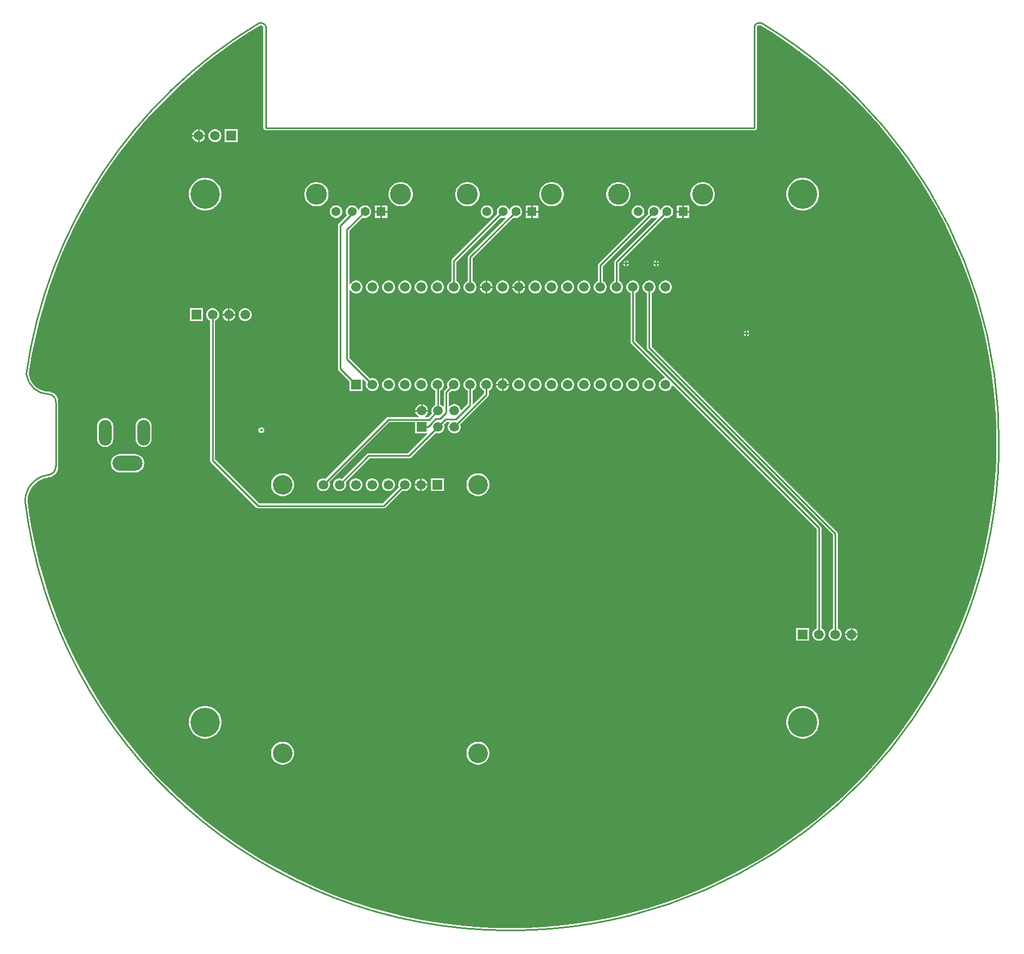
<source format=gbr>
G04*
G04 #@! TF.GenerationSoftware,Altium Limited,Altium Designer,23.3.1 (30)*
G04*
G04 Layer_Physical_Order=2*
G04 Layer_Color=16711680*
%FSLAX44Y44*%
%MOMM*%
G71*
G04*
G04 #@! TF.SameCoordinates,AB4FAB72-6961-4B24-BA16-F6D923A68503*
G04*
G04*
G04 #@! TF.FilePolarity,Positive*
G04*
G01*
G75*
%ADD14C,0.2540*%
%ADD52C,1.5000*%
%ADD53R,1.5000X1.5000*%
%ADD54R,1.4280X1.4280*%
%ADD55C,1.4280*%
%ADD56C,3.2760*%
%ADD57C,1.4986*%
%ADD58R,1.4986X1.4986*%
%ADD59O,2.0000X4.0000*%
%ADD60O,4.7000X2.3500*%
%ADD61C,0.4064*%
%ADD62C,4.5720*%
%ADD63C,3.0480*%
G36*
X1153877Y1417787D02*
X1173142Y1405887D01*
X1195663Y1390839D01*
X1217632Y1374997D01*
X1239021Y1358381D01*
X1259804Y1341013D01*
X1279954Y1322913D01*
X1299444Y1304106D01*
X1318251Y1284615D01*
X1336351Y1264465D01*
X1353720Y1243683D01*
X1370336Y1222293D01*
X1386177Y1200324D01*
X1401225Y1177804D01*
X1415459Y1154761D01*
X1428862Y1131224D01*
X1441416Y1107224D01*
X1453106Y1082792D01*
X1463916Y1057957D01*
X1473832Y1032753D01*
X1482843Y1007211D01*
X1490936Y981363D01*
X1498102Y955243D01*
X1504331Y928884D01*
X1509615Y902319D01*
X1513947Y875583D01*
X1517323Y848709D01*
X1519737Y821732D01*
X1521187Y794686D01*
X1521670Y767605D01*
X1521187Y740524D01*
X1519737Y713478D01*
X1517323Y686501D01*
X1513947Y659627D01*
X1509615Y632891D01*
X1504331Y606326D01*
X1498102Y579967D01*
X1490936Y553847D01*
X1482843Y527999D01*
X1473832Y502457D01*
X1463916Y477253D01*
X1453106Y452419D01*
X1441416Y427986D01*
X1428862Y403986D01*
X1415459Y380450D01*
X1401225Y357406D01*
X1386177Y334886D01*
X1370336Y312917D01*
X1353720Y291528D01*
X1336351Y270745D01*
X1318251Y250595D01*
X1299444Y231104D01*
X1279954Y212297D01*
X1259804Y194198D01*
X1239021Y176829D01*
X1217632Y160213D01*
X1195663Y144371D01*
X1173142Y129324D01*
X1150099Y115089D01*
X1126562Y101686D01*
X1102563Y89132D01*
X1078130Y77443D01*
X1053296Y66633D01*
X1028091Y56716D01*
X1002549Y47705D01*
X976702Y39612D01*
X950582Y32446D01*
X924222Y26218D01*
X897658Y20934D01*
X870921Y16601D01*
X844048Y13226D01*
X817070Y10812D01*
X790024Y9362D01*
X764213Y8901D01*
X762944Y8947D01*
X762943Y8947D01*
X761674Y8901D01*
X735865Y9362D01*
X708821Y10811D01*
X681846Y13225D01*
X654975Y16600D01*
X628241Y20933D01*
X601679Y26216D01*
X575322Y32444D01*
X549204Y39609D01*
X523359Y47702D01*
X497819Y56712D01*
X472617Y66628D01*
X447785Y77437D01*
X423354Y89125D01*
X399357Y101678D01*
X375822Y115080D01*
X352781Y129313D01*
X330263Y144359D01*
X308296Y160200D01*
X286908Y176814D01*
X266127Y194181D01*
X245979Y212279D01*
X226490Y231085D01*
X207684Y250574D01*
X189587Y270722D01*
X172219Y291503D01*
X155605Y312890D01*
X139764Y334857D01*
X124718Y357376D01*
X110485Y380417D01*
X97084Y403951D01*
X84531Y427949D01*
X72842Y452380D01*
X62033Y477212D01*
X52117Y502414D01*
X43107Y527954D01*
X35015Y553799D01*
X27850Y579917D01*
X21621Y606273D01*
X16338Y632836D01*
X12006Y659570D01*
X10056Y675095D01*
X10056Y675095D01*
X10056D01*
X10016Y676324D01*
X10417Y681412D01*
X11771Y687052D01*
X13991Y692411D01*
X17022Y697358D01*
X20789Y701769D01*
X25200Y705536D01*
X30146Y708567D01*
X35505Y710787D01*
X41014Y712110D01*
X41031Y712106D01*
X41589Y712176D01*
X42831Y712305D01*
X44014Y712421D01*
X47204Y713389D01*
X50145Y714961D01*
X52722Y717076D01*
X54837Y719653D01*
X56409Y722594D01*
X57377Y725785D01*
X57704Y729103D01*
X57678Y729366D01*
X57692Y729438D01*
Y829768D01*
X57655Y829957D01*
X57747Y830895D01*
X57454Y833872D01*
X56585Y836736D01*
X55174Y839374D01*
X53276Y841687D01*
X50963Y843586D01*
X48324Y844996D01*
X45461Y845865D01*
X45202Y845890D01*
X43989Y846028D01*
X43610Y846103D01*
X43461Y846074D01*
X43326Y846063D01*
X42746Y846094D01*
X38265Y846447D01*
X33419Y847610D01*
X28815Y849517D01*
X24566Y852121D01*
X20777Y855357D01*
X17540Y859146D01*
X14937Y863395D01*
X13030Y867999D01*
X11866Y872845D01*
X11795Y873758D01*
X12006Y875440D01*
X16338Y902174D01*
X21621Y928736D01*
X27850Y955093D01*
X35015Y981211D01*
X43107Y1007056D01*
X52117Y1032596D01*
X62033Y1057798D01*
X72842Y1082630D01*
X84531Y1107061D01*
X97084Y1131058D01*
X110485Y1154593D01*
X124718Y1177634D01*
X139765Y1200152D01*
X155605Y1222119D01*
X172220Y1243507D01*
X189587Y1264288D01*
X207685Y1284436D01*
X226490Y1303925D01*
X245979Y1322731D01*
X266127Y1340828D01*
X286908Y1358195D01*
X308296Y1374810D01*
X330263Y1390650D01*
X352781Y1405697D01*
X372159Y1417667D01*
X373673Y1417968D01*
X375545Y1417595D01*
X377132Y1416535D01*
X377821Y1415504D01*
Y1257996D01*
X378117Y1256510D01*
X378959Y1255249D01*
X380219Y1254407D01*
X381706Y1254112D01*
X1143706D01*
X1145192Y1254407D01*
X1146452Y1255249D01*
X1147294Y1256510D01*
X1147590Y1257996D01*
Y1415498D01*
X1148331Y1416607D01*
X1150040Y1417749D01*
X1152056Y1418150D01*
X1153877Y1417787D01*
D02*
G37*
%LPC*%
G36*
X278182Y1255910D02*
X278130D01*
Y1247140D01*
X286900D01*
Y1247192D01*
X286216Y1249745D01*
X284894Y1252035D01*
X283025Y1253904D01*
X280735Y1255226D01*
X278182Y1255910D01*
D02*
G37*
G36*
X275590D02*
X275538D01*
X272985Y1255226D01*
X270695Y1253904D01*
X268826Y1252035D01*
X267504Y1249745D01*
X266820Y1247192D01*
Y1247140D01*
X275590D01*
Y1255910D01*
D02*
G37*
G36*
X337700D02*
X317620D01*
Y1235830D01*
X337700D01*
Y1255910D01*
D02*
G37*
G36*
X303582D02*
X300938D01*
X298385Y1255226D01*
X296095Y1253904D01*
X294226Y1252035D01*
X292904Y1249745D01*
X292220Y1247192D01*
Y1244548D01*
X292904Y1241995D01*
X294226Y1239705D01*
X296095Y1237836D01*
X298385Y1236514D01*
X300938Y1235830D01*
X303582D01*
X306135Y1236514D01*
X308425Y1237836D01*
X310294Y1239705D01*
X311616Y1241995D01*
X312300Y1244548D01*
Y1247192D01*
X311616Y1249745D01*
X310294Y1252035D01*
X308425Y1253904D01*
X306135Y1255226D01*
X303582Y1255910D01*
D02*
G37*
G36*
X286900Y1244600D02*
X278130D01*
Y1235830D01*
X278182D01*
X280735Y1236514D01*
X283025Y1237836D01*
X284894Y1239705D01*
X286216Y1241995D01*
X286900Y1244548D01*
Y1244600D01*
D02*
G37*
G36*
X275590D02*
X266820D01*
Y1244548D01*
X267504Y1241995D01*
X268826Y1239705D01*
X270695Y1237836D01*
X272985Y1236514D01*
X275538Y1235830D01*
X275590D01*
Y1244600D01*
D02*
G37*
G36*
X1064989Y1173350D02*
X1061263D01*
X1057607Y1172623D01*
X1054164Y1171197D01*
X1051065Y1169126D01*
X1048430Y1166491D01*
X1046359Y1163392D01*
X1044933Y1159949D01*
X1044206Y1156293D01*
Y1152567D01*
X1044933Y1148911D01*
X1046359Y1145468D01*
X1048430Y1142369D01*
X1051065Y1139734D01*
X1054164Y1137663D01*
X1057607Y1136237D01*
X1061263Y1135510D01*
X1064989D01*
X1068645Y1136237D01*
X1072088Y1137663D01*
X1075187Y1139734D01*
X1077822Y1142369D01*
X1079893Y1145468D01*
X1081319Y1148911D01*
X1082046Y1152567D01*
Y1156293D01*
X1081319Y1159949D01*
X1079893Y1163392D01*
X1077822Y1166491D01*
X1075187Y1169126D01*
X1072088Y1171197D01*
X1068645Y1172623D01*
X1064989Y1173350D01*
D02*
G37*
G36*
X933589D02*
X929863D01*
X926207Y1172623D01*
X922764Y1171197D01*
X919665Y1169126D01*
X917030Y1166491D01*
X914959Y1163392D01*
X913533Y1159949D01*
X912806Y1156293D01*
Y1152567D01*
X913533Y1148911D01*
X914959Y1145468D01*
X917030Y1142369D01*
X919665Y1139734D01*
X922764Y1137663D01*
X926207Y1136237D01*
X929863Y1135510D01*
X933589D01*
X937245Y1136237D01*
X940688Y1137663D01*
X943787Y1139734D01*
X946422Y1142369D01*
X948493Y1145468D01*
X949919Y1148911D01*
X950646Y1152567D01*
Y1156293D01*
X949919Y1159949D01*
X948493Y1163392D01*
X946422Y1166491D01*
X943787Y1169126D01*
X940688Y1171197D01*
X937245Y1172623D01*
X933589Y1173350D01*
D02*
G37*
G36*
X829214D02*
X825488D01*
X821832Y1172623D01*
X818389Y1171197D01*
X815290Y1169126D01*
X812655Y1166491D01*
X810584Y1163392D01*
X809158Y1159949D01*
X808431Y1156293D01*
Y1152567D01*
X809158Y1148911D01*
X810584Y1145468D01*
X812655Y1142369D01*
X815290Y1139734D01*
X818389Y1137663D01*
X821832Y1136237D01*
X825488Y1135510D01*
X829214D01*
X832870Y1136237D01*
X836313Y1137663D01*
X839412Y1139734D01*
X842047Y1142369D01*
X844118Y1145468D01*
X845544Y1148911D01*
X846271Y1152567D01*
Y1156293D01*
X845544Y1159949D01*
X844118Y1163392D01*
X842047Y1166491D01*
X839412Y1169126D01*
X836313Y1171197D01*
X832870Y1172623D01*
X829214Y1173350D01*
D02*
G37*
G36*
X697814D02*
X694088D01*
X690432Y1172623D01*
X686989Y1171197D01*
X683890Y1169126D01*
X681255Y1166491D01*
X679184Y1163392D01*
X677758Y1159949D01*
X677031Y1156293D01*
Y1152567D01*
X677758Y1148911D01*
X679184Y1145468D01*
X681255Y1142369D01*
X683890Y1139734D01*
X686989Y1137663D01*
X690432Y1136237D01*
X694088Y1135510D01*
X697814D01*
X701470Y1136237D01*
X704913Y1137663D01*
X708012Y1139734D01*
X710647Y1142369D01*
X712718Y1145468D01*
X714144Y1148911D01*
X714871Y1152567D01*
Y1156293D01*
X714144Y1159949D01*
X712718Y1163392D01*
X710647Y1166491D01*
X708012Y1169126D01*
X704913Y1171197D01*
X701470Y1172623D01*
X697814Y1173350D01*
D02*
G37*
G36*
X593820D02*
X590093D01*
X586437Y1172623D01*
X582994Y1171197D01*
X579895Y1169126D01*
X577260Y1166491D01*
X575189Y1163392D01*
X573763Y1159949D01*
X573036Y1156293D01*
Y1152567D01*
X573763Y1148911D01*
X575189Y1145468D01*
X577260Y1142369D01*
X579895Y1139734D01*
X582994Y1137663D01*
X586437Y1136237D01*
X590093Y1135510D01*
X593820D01*
X597475Y1136237D01*
X600918Y1137663D01*
X604017Y1139734D01*
X606652Y1142369D01*
X608723Y1145468D01*
X610149Y1148911D01*
X610876Y1152567D01*
Y1156293D01*
X610149Y1159949D01*
X608723Y1163392D01*
X606652Y1166491D01*
X604017Y1169126D01*
X600918Y1171197D01*
X597475Y1172623D01*
X593820Y1173350D01*
D02*
G37*
G36*
X462420D02*
X458693D01*
X455037Y1172623D01*
X451594Y1171197D01*
X448495Y1169126D01*
X445860Y1166491D01*
X443789Y1163392D01*
X442363Y1159949D01*
X441636Y1156293D01*
Y1152567D01*
X442363Y1148911D01*
X443789Y1145468D01*
X445860Y1142369D01*
X448495Y1139734D01*
X451594Y1137663D01*
X455037Y1136237D01*
X458693Y1135510D01*
X462420D01*
X466075Y1136237D01*
X469518Y1137663D01*
X472617Y1139734D01*
X475252Y1142369D01*
X477323Y1145468D01*
X478749Y1148911D01*
X479476Y1152567D01*
Y1156293D01*
X478749Y1159949D01*
X477323Y1163392D01*
X475252Y1166491D01*
X472617Y1169126D01*
X469518Y1171197D01*
X466075Y1172623D01*
X462420Y1173350D01*
D02*
G37*
G36*
X1008700Y1137010D02*
X1006152D01*
X1003690Y1136350D01*
X1001482Y1135076D01*
X999680Y1133274D01*
X998406Y1131066D01*
X998083Y1129864D01*
X996769D01*
X996446Y1131066D01*
X995172Y1133274D01*
X993370Y1135076D01*
X991162Y1136350D01*
X988700Y1137010D01*
X986152D01*
X983690Y1136350D01*
X981482Y1135076D01*
X979680Y1133274D01*
X978406Y1131066D01*
X977746Y1128604D01*
Y1126056D01*
X978361Y1123759D01*
X900699Y1046097D01*
X899857Y1044837D01*
X899561Y1043350D01*
Y1018992D01*
X897286Y1017678D01*
X895418Y1015810D01*
X894097Y1013523D01*
X893413Y1010971D01*
Y1008329D01*
X894097Y1005777D01*
X895418Y1003490D01*
X897286Y1001622D01*
X899574Y1000301D01*
X902125Y999617D01*
X904767D01*
X907319Y1000301D01*
X909606Y1001622D01*
X911474Y1003490D01*
X912795Y1005777D01*
X913479Y1008329D01*
Y1010971D01*
X912795Y1013523D01*
X911474Y1015810D01*
X909606Y1017678D01*
X907331Y1018992D01*
Y1041741D01*
X983855Y1118265D01*
X986152Y1117650D01*
X988700D01*
X991162Y1118310D01*
X991832Y1117230D01*
X926099Y1051497D01*
X925257Y1050237D01*
X924961Y1048750D01*
Y1018992D01*
X922686Y1017678D01*
X920818Y1015810D01*
X919497Y1013523D01*
X918813Y1010971D01*
Y1008329D01*
X919497Y1005777D01*
X920818Y1003490D01*
X922686Y1001622D01*
X924974Y1000301D01*
X927525Y999617D01*
X930167D01*
X932719Y1000301D01*
X935006Y1001622D01*
X936874Y1003490D01*
X938195Y1005777D01*
X938879Y1008329D01*
Y1010971D01*
X938195Y1013523D01*
X936874Y1015810D01*
X935006Y1017678D01*
X932731Y1018992D01*
Y1047141D01*
X1003855Y1118265D01*
X1006152Y1117650D01*
X1008700D01*
X1011162Y1118310D01*
X1013370Y1119584D01*
X1015172Y1121386D01*
X1016446Y1123594D01*
X1017106Y1126056D01*
Y1128604D01*
X1016446Y1131066D01*
X1015172Y1133274D01*
X1013370Y1135076D01*
X1011162Y1136350D01*
X1008700Y1137010D01*
D02*
G37*
G36*
X772925D02*
X770377D01*
X767915Y1136350D01*
X765707Y1135076D01*
X763905Y1133274D01*
X762631Y1131066D01*
X762309Y1129864D01*
X760994D01*
X760671Y1131066D01*
X759397Y1133274D01*
X757595Y1135076D01*
X755387Y1136350D01*
X752925Y1137010D01*
X750377D01*
X747915Y1136350D01*
X745707Y1135076D01*
X743905Y1133274D01*
X742631Y1131066D01*
X741971Y1128604D01*
Y1126056D01*
X742586Y1123759D01*
X672099Y1053272D01*
X671257Y1052012D01*
X670961Y1050525D01*
Y1018992D01*
X668686Y1017678D01*
X666818Y1015810D01*
X665497Y1013523D01*
X664813Y1010971D01*
Y1008329D01*
X665497Y1005777D01*
X666818Y1003490D01*
X668686Y1001622D01*
X670974Y1000301D01*
X673525Y999617D01*
X676167D01*
X678719Y1000301D01*
X681006Y1001622D01*
X682874Y1003490D01*
X684195Y1005777D01*
X684879Y1008329D01*
Y1010971D01*
X684195Y1013523D01*
X682874Y1015810D01*
X681006Y1017678D01*
X678731Y1018992D01*
Y1048916D01*
X748080Y1118265D01*
X750377Y1117650D01*
X752925D01*
X755387Y1118310D01*
X756057Y1117230D01*
X697499Y1058672D01*
X696657Y1057412D01*
X696361Y1055925D01*
Y1018992D01*
X694086Y1017678D01*
X692218Y1015810D01*
X690897Y1013523D01*
X690213Y1010971D01*
Y1008329D01*
X690897Y1005777D01*
X692218Y1003490D01*
X694086Y1001622D01*
X696374Y1000301D01*
X698925Y999617D01*
X701567D01*
X704119Y1000301D01*
X706406Y1001622D01*
X708274Y1003490D01*
X709595Y1005777D01*
X710279Y1008329D01*
Y1010971D01*
X709595Y1013523D01*
X708274Y1015810D01*
X706406Y1017678D01*
X704131Y1018992D01*
Y1054316D01*
X768080Y1118265D01*
X770377Y1117650D01*
X772925D01*
X775387Y1118310D01*
X777595Y1119584D01*
X779397Y1121386D01*
X780671Y1123594D01*
X781331Y1126056D01*
Y1128604D01*
X780671Y1131066D01*
X779397Y1133274D01*
X777595Y1135076D01*
X775387Y1136350D01*
X772925Y1137010D01*
D02*
G37*
G36*
X537530D02*
X534982D01*
X532520Y1136350D01*
X530312Y1135076D01*
X528510Y1133274D01*
X527236Y1131066D01*
X526913Y1129864D01*
X525599D01*
X525276Y1131066D01*
X524002Y1133274D01*
X522200Y1135076D01*
X519992Y1136350D01*
X517530Y1137010D01*
X514982D01*
X512520Y1136350D01*
X510312Y1135076D01*
X508510Y1133274D01*
X507236Y1131066D01*
X506576Y1128604D01*
Y1126056D01*
X507236Y1123594D01*
X508322Y1121713D01*
X495093Y1108484D01*
X494251Y1107224D01*
X493955Y1105737D01*
Y881856D01*
X494251Y880369D01*
X495093Y879109D01*
X512413Y861789D01*
Y847217D01*
X532479D01*
Y865464D01*
X533652Y865950D01*
X538493Y861109D01*
X537813Y858571D01*
Y855929D01*
X538497Y853377D01*
X539818Y851090D01*
X541686Y849222D01*
X543974Y847901D01*
X546525Y847217D01*
X549167D01*
X551719Y847901D01*
X554006Y849222D01*
X555874Y851090D01*
X557195Y853377D01*
X557879Y855929D01*
Y858571D01*
X557195Y861123D01*
X555874Y863410D01*
X554006Y865278D01*
X551719Y866599D01*
X549167Y867283D01*
X546525D01*
X543987Y866603D01*
X511885Y898705D01*
Y1005051D01*
X513040Y1005706D01*
X513155Y1005677D01*
X514418Y1003490D01*
X516286Y1001622D01*
X518573Y1000301D01*
X521125Y999617D01*
X523767D01*
X526319Y1000301D01*
X528606Y1001622D01*
X530474Y1003490D01*
X531795Y1005777D01*
X532479Y1008329D01*
Y1010971D01*
X531795Y1013523D01*
X530474Y1015810D01*
X528606Y1017678D01*
X526319Y1018999D01*
X523767Y1019683D01*
X521125D01*
X518573Y1018999D01*
X516286Y1017678D01*
X514418Y1015810D01*
X513155Y1013623D01*
X513040Y1013594D01*
X511885Y1014249D01*
Y1097465D01*
X532685Y1118265D01*
X534982Y1117650D01*
X537530D01*
X539992Y1118310D01*
X542200Y1119584D01*
X544002Y1121386D01*
X545276Y1123594D01*
X545936Y1126056D01*
Y1128604D01*
X545276Y1131066D01*
X544002Y1133274D01*
X542200Y1135076D01*
X539992Y1136350D01*
X537530Y1137010D01*
D02*
G37*
G36*
X1221702Y1179830D02*
X1216698D01*
X1211791Y1178854D01*
X1207169Y1176939D01*
X1203008Y1174159D01*
X1199471Y1170622D01*
X1196691Y1166461D01*
X1194776Y1161839D01*
X1193800Y1156932D01*
Y1151928D01*
X1194776Y1147021D01*
X1196691Y1142399D01*
X1199471Y1138238D01*
X1203008Y1134700D01*
X1207169Y1131921D01*
X1211791Y1130006D01*
X1216698Y1129030D01*
X1221702D01*
X1226609Y1130006D01*
X1231231Y1131921D01*
X1235392Y1134700D01*
X1238930Y1138238D01*
X1241709Y1142399D01*
X1243624Y1147021D01*
X1244600Y1151928D01*
Y1156932D01*
X1243624Y1161839D01*
X1241709Y1166461D01*
X1238930Y1170622D01*
X1235392Y1174159D01*
X1231231Y1176939D01*
X1226609Y1178854D01*
X1221702Y1179830D01*
D02*
G37*
G36*
X289522D02*
X284518D01*
X279611Y1178854D01*
X274989Y1176939D01*
X270828Y1174159D01*
X267290Y1170622D01*
X264511Y1166461D01*
X262596Y1161839D01*
X261620Y1156932D01*
Y1151928D01*
X262596Y1147021D01*
X264511Y1142399D01*
X267290Y1138238D01*
X270828Y1134700D01*
X274989Y1131921D01*
X279611Y1130006D01*
X284518Y1129030D01*
X289522D01*
X294429Y1130006D01*
X299051Y1131921D01*
X303212Y1134700D01*
X306749Y1138238D01*
X309529Y1142399D01*
X311444Y1147021D01*
X312420Y1151928D01*
Y1156932D01*
X311444Y1161839D01*
X309529Y1166461D01*
X306749Y1170622D01*
X303212Y1174159D01*
X299051Y1176939D01*
X294429Y1178854D01*
X289522Y1179830D01*
D02*
G37*
G36*
X806331Y1137010D02*
X797921D01*
Y1128600D01*
X806331D01*
Y1137010D01*
D02*
G37*
G36*
X570936D02*
X562526D01*
Y1128600D01*
X570936D01*
Y1137010D01*
D02*
G37*
G36*
X1042106D02*
X1033696D01*
Y1128600D01*
X1042106D01*
Y1137010D01*
D02*
G37*
G36*
X795381D02*
X786971D01*
Y1128600D01*
X795381D01*
Y1137010D01*
D02*
G37*
G36*
X559986D02*
X551576D01*
Y1128600D01*
X559986D01*
Y1137010D01*
D02*
G37*
G36*
X1031156D02*
X1022746D01*
Y1128600D01*
X1031156D01*
Y1137010D01*
D02*
G37*
G36*
X1042106Y1126060D02*
X1033696D01*
Y1117650D01*
X1042106D01*
Y1126060D01*
D02*
G37*
G36*
X1031156D02*
X1022746D01*
Y1117650D01*
X1031156D01*
Y1126060D01*
D02*
G37*
G36*
X963700Y1137010D02*
X961152D01*
X958690Y1136350D01*
X956482Y1135076D01*
X954680Y1133274D01*
X953406Y1131066D01*
X952746Y1128604D01*
Y1126056D01*
X953406Y1123594D01*
X954680Y1121386D01*
X956482Y1119584D01*
X958690Y1118310D01*
X961152Y1117650D01*
X963700D01*
X966162Y1118310D01*
X968370Y1119584D01*
X970172Y1121386D01*
X971446Y1123594D01*
X972106Y1126056D01*
Y1128604D01*
X971446Y1131066D01*
X970172Y1133274D01*
X968370Y1135076D01*
X966162Y1136350D01*
X963700Y1137010D01*
D02*
G37*
G36*
X806331Y1126060D02*
X797921D01*
Y1117650D01*
X806331D01*
Y1126060D01*
D02*
G37*
G36*
X795381D02*
X786971D01*
Y1117650D01*
X795381D01*
Y1126060D01*
D02*
G37*
G36*
X727925Y1137010D02*
X725377D01*
X722915Y1136350D01*
X720707Y1135076D01*
X718905Y1133274D01*
X717631Y1131066D01*
X716971Y1128604D01*
Y1126056D01*
X717631Y1123594D01*
X718905Y1121386D01*
X720707Y1119584D01*
X722915Y1118310D01*
X725377Y1117650D01*
X727925D01*
X730387Y1118310D01*
X732595Y1119584D01*
X734397Y1121386D01*
X735671Y1123594D01*
X736331Y1126056D01*
Y1128604D01*
X735671Y1131066D01*
X734397Y1133274D01*
X732595Y1135076D01*
X730387Y1136350D01*
X727925Y1137010D01*
D02*
G37*
G36*
X570936Y1126060D02*
X562526D01*
Y1117650D01*
X570936D01*
Y1126060D01*
D02*
G37*
G36*
X559986D02*
X551576D01*
Y1117650D01*
X559986D01*
Y1126060D01*
D02*
G37*
G36*
X492530Y1137010D02*
X489982D01*
X487520Y1136350D01*
X485312Y1135076D01*
X483510Y1133274D01*
X482236Y1131066D01*
X481576Y1128604D01*
Y1126056D01*
X482236Y1123594D01*
X483510Y1121386D01*
X485312Y1119584D01*
X487520Y1118310D01*
X489982Y1117650D01*
X492530D01*
X494992Y1118310D01*
X497200Y1119584D01*
X499002Y1121386D01*
X500276Y1123594D01*
X500936Y1126056D01*
Y1128604D01*
X500276Y1131066D01*
X499002Y1133274D01*
X497200Y1135076D01*
X494992Y1136350D01*
X492530Y1137010D01*
D02*
G37*
G36*
X991870Y1050903D02*
Y1047750D01*
X995023D01*
X994476Y1049070D01*
X993190Y1050356D01*
X991870Y1050903D01*
D02*
G37*
G36*
X989330D02*
X988010Y1050356D01*
X986724Y1049070D01*
X986177Y1047750D01*
X989330D01*
Y1050903D01*
D02*
G37*
G36*
X944880D02*
Y1047750D01*
X948033D01*
X947486Y1049070D01*
X946200Y1050356D01*
X944880Y1050903D01*
D02*
G37*
G36*
X942340D02*
X941020Y1050356D01*
X939734Y1049070D01*
X939187Y1047750D01*
X942340D01*
Y1050903D01*
D02*
G37*
G36*
X995023Y1045210D02*
X991870D01*
Y1042057D01*
X993190Y1042604D01*
X994476Y1043890D01*
X995023Y1045210D01*
D02*
G37*
G36*
X989330D02*
X986177D01*
X986724Y1043890D01*
X988010Y1042604D01*
X989330Y1042057D01*
Y1045210D01*
D02*
G37*
G36*
X948033D02*
X944880D01*
Y1042057D01*
X946200Y1042604D01*
X947486Y1043890D01*
X948033Y1045210D01*
D02*
G37*
G36*
X942340D02*
X939187D01*
X939734Y1043890D01*
X941020Y1042604D01*
X942340Y1042057D01*
Y1045210D01*
D02*
G37*
G36*
X777767Y1019683D02*
X777716D01*
Y1010920D01*
X786479D01*
Y1010971D01*
X785795Y1013523D01*
X784474Y1015810D01*
X782606Y1017678D01*
X780319Y1018999D01*
X777767Y1019683D01*
D02*
G37*
G36*
X726967D02*
X726916D01*
Y1010920D01*
X735679D01*
Y1010971D01*
X734995Y1013523D01*
X733674Y1015810D01*
X731806Y1017678D01*
X729519Y1018999D01*
X726967Y1019683D01*
D02*
G37*
G36*
X775176D02*
X775125D01*
X772573Y1018999D01*
X770286Y1017678D01*
X768418Y1015810D01*
X767097Y1013523D01*
X766413Y1010971D01*
Y1010920D01*
X775176D01*
Y1019683D01*
D02*
G37*
G36*
X724376D02*
X724325D01*
X721774Y1018999D01*
X719486Y1017678D01*
X717618Y1015810D01*
X716297Y1013523D01*
X715613Y1010971D01*
Y1010920D01*
X724376D01*
Y1019683D01*
D02*
G37*
G36*
X1006367D02*
X1003725D01*
X1001173Y1018999D01*
X998886Y1017678D01*
X997018Y1015810D01*
X995697Y1013523D01*
X995013Y1010971D01*
Y1008329D01*
X995697Y1005777D01*
X997018Y1003490D01*
X998886Y1001622D01*
X1001173Y1000301D01*
X1003725Y999617D01*
X1006367D01*
X1008919Y1000301D01*
X1011206Y1001622D01*
X1013074Y1003490D01*
X1014395Y1005777D01*
X1015079Y1008329D01*
Y1010971D01*
X1014395Y1013523D01*
X1013074Y1015810D01*
X1011206Y1017678D01*
X1008919Y1018999D01*
X1006367Y1019683D01*
D02*
G37*
G36*
X879367D02*
X876725D01*
X874174Y1018999D01*
X871886Y1017678D01*
X870018Y1015810D01*
X868697Y1013523D01*
X868013Y1010971D01*
Y1008329D01*
X868697Y1005777D01*
X870018Y1003490D01*
X871886Y1001622D01*
X874174Y1000301D01*
X876725Y999617D01*
X879367D01*
X881919Y1000301D01*
X884206Y1001622D01*
X886074Y1003490D01*
X887395Y1005777D01*
X888079Y1008329D01*
Y1010971D01*
X887395Y1013523D01*
X886074Y1015810D01*
X884206Y1017678D01*
X881919Y1018999D01*
X879367Y1019683D01*
D02*
G37*
G36*
X853967D02*
X851325D01*
X848773Y1018999D01*
X846486Y1017678D01*
X844618Y1015810D01*
X843297Y1013523D01*
X842613Y1010971D01*
Y1008329D01*
X843297Y1005777D01*
X844618Y1003490D01*
X846486Y1001622D01*
X848773Y1000301D01*
X851325Y999617D01*
X853967D01*
X856519Y1000301D01*
X858806Y1001622D01*
X860674Y1003490D01*
X861995Y1005777D01*
X862679Y1008329D01*
Y1010971D01*
X861995Y1013523D01*
X860674Y1015810D01*
X858806Y1017678D01*
X856519Y1018999D01*
X853967Y1019683D01*
D02*
G37*
G36*
X828567D02*
X825925D01*
X823373Y1018999D01*
X821086Y1017678D01*
X819218Y1015810D01*
X817897Y1013523D01*
X817213Y1010971D01*
Y1008329D01*
X817897Y1005777D01*
X819218Y1003490D01*
X821086Y1001622D01*
X823373Y1000301D01*
X825925Y999617D01*
X828567D01*
X831119Y1000301D01*
X833406Y1001622D01*
X835274Y1003490D01*
X836595Y1005777D01*
X837279Y1008329D01*
Y1010971D01*
X836595Y1013523D01*
X835274Y1015810D01*
X833406Y1017678D01*
X831119Y1018999D01*
X828567Y1019683D01*
D02*
G37*
G36*
X803167D02*
X800525D01*
X797973Y1018999D01*
X795686Y1017678D01*
X793818Y1015810D01*
X792497Y1013523D01*
X791813Y1010971D01*
Y1008329D01*
X792497Y1005777D01*
X793818Y1003490D01*
X795686Y1001622D01*
X797973Y1000301D01*
X800525Y999617D01*
X803167D01*
X805719Y1000301D01*
X808006Y1001622D01*
X809874Y1003490D01*
X811195Y1005777D01*
X811879Y1008329D01*
Y1010971D01*
X811195Y1013523D01*
X809874Y1015810D01*
X808006Y1017678D01*
X805719Y1018999D01*
X803167Y1019683D01*
D02*
G37*
G36*
X786479Y1008380D02*
X777716D01*
Y999617D01*
X777767D01*
X780319Y1000301D01*
X782606Y1001622D01*
X784474Y1003490D01*
X785795Y1005777D01*
X786479Y1008329D01*
Y1008380D01*
D02*
G37*
G36*
X775176D02*
X766413D01*
Y1008329D01*
X767097Y1005777D01*
X768418Y1003490D01*
X770286Y1001622D01*
X772573Y1000301D01*
X775125Y999617D01*
X775176D01*
Y1008380D01*
D02*
G37*
G36*
X752367Y1019683D02*
X749725D01*
X747173Y1018999D01*
X744886Y1017678D01*
X743018Y1015810D01*
X741697Y1013523D01*
X741013Y1010971D01*
Y1008329D01*
X741697Y1005777D01*
X743018Y1003490D01*
X744886Y1001622D01*
X747173Y1000301D01*
X749725Y999617D01*
X752367D01*
X754919Y1000301D01*
X757206Y1001622D01*
X759074Y1003490D01*
X760395Y1005777D01*
X761079Y1008329D01*
Y1010971D01*
X760395Y1013523D01*
X759074Y1015810D01*
X757206Y1017678D01*
X754919Y1018999D01*
X752367Y1019683D01*
D02*
G37*
G36*
X735679Y1008380D02*
X726916D01*
Y999617D01*
X726967D01*
X729519Y1000301D01*
X731806Y1001622D01*
X733674Y1003490D01*
X734995Y1005777D01*
X735679Y1008329D01*
Y1008380D01*
D02*
G37*
G36*
X724376D02*
X715613D01*
Y1008329D01*
X716297Y1005777D01*
X717618Y1003490D01*
X719486Y1001622D01*
X721774Y1000301D01*
X724325Y999617D01*
X724376D01*
Y1008380D01*
D02*
G37*
G36*
X650767Y1019683D02*
X648125D01*
X645574Y1018999D01*
X643286Y1017678D01*
X641418Y1015810D01*
X640097Y1013523D01*
X639413Y1010971D01*
Y1008329D01*
X640097Y1005777D01*
X641418Y1003490D01*
X643286Y1001622D01*
X645574Y1000301D01*
X648125Y999617D01*
X650767D01*
X653319Y1000301D01*
X655606Y1001622D01*
X657474Y1003490D01*
X658795Y1005777D01*
X659479Y1008329D01*
Y1010971D01*
X658795Y1013523D01*
X657474Y1015810D01*
X655606Y1017678D01*
X653319Y1018999D01*
X650767Y1019683D01*
D02*
G37*
G36*
X625367D02*
X622725D01*
X620173Y1018999D01*
X617886Y1017678D01*
X616018Y1015810D01*
X614697Y1013523D01*
X614013Y1010971D01*
Y1008329D01*
X614697Y1005777D01*
X616018Y1003490D01*
X617886Y1001622D01*
X620173Y1000301D01*
X622725Y999617D01*
X625367D01*
X627919Y1000301D01*
X630206Y1001622D01*
X632074Y1003490D01*
X633395Y1005777D01*
X634079Y1008329D01*
Y1010971D01*
X633395Y1013523D01*
X632074Y1015810D01*
X630206Y1017678D01*
X627919Y1018999D01*
X625367Y1019683D01*
D02*
G37*
G36*
X599967D02*
X597325D01*
X594773Y1018999D01*
X592486Y1017678D01*
X590618Y1015810D01*
X589297Y1013523D01*
X588613Y1010971D01*
Y1008329D01*
X589297Y1005777D01*
X590618Y1003490D01*
X592486Y1001622D01*
X594773Y1000301D01*
X597325Y999617D01*
X599967D01*
X602519Y1000301D01*
X604806Y1001622D01*
X606674Y1003490D01*
X607995Y1005777D01*
X608679Y1008329D01*
Y1010971D01*
X607995Y1013523D01*
X606674Y1015810D01*
X604806Y1017678D01*
X602519Y1018999D01*
X599967Y1019683D01*
D02*
G37*
G36*
X574567D02*
X571925D01*
X569374Y1018999D01*
X567086Y1017678D01*
X565218Y1015810D01*
X563897Y1013523D01*
X563213Y1010971D01*
Y1008329D01*
X563897Y1005777D01*
X565218Y1003490D01*
X567086Y1001622D01*
X569374Y1000301D01*
X571925Y999617D01*
X574567D01*
X577119Y1000301D01*
X579406Y1001622D01*
X581274Y1003490D01*
X582595Y1005777D01*
X583279Y1008329D01*
Y1010971D01*
X582595Y1013523D01*
X581274Y1015810D01*
X579406Y1017678D01*
X577119Y1018999D01*
X574567Y1019683D01*
D02*
G37*
G36*
X549167D02*
X546525D01*
X543974Y1018999D01*
X541686Y1017678D01*
X539818Y1015810D01*
X538497Y1013523D01*
X537813Y1010971D01*
Y1008329D01*
X538497Y1005777D01*
X539818Y1003490D01*
X541686Y1001622D01*
X543974Y1000301D01*
X546525Y999617D01*
X549167D01*
X551719Y1000301D01*
X554006Y1001622D01*
X555874Y1003490D01*
X557195Y1005777D01*
X557879Y1008329D01*
Y1010971D01*
X557195Y1013523D01*
X555874Y1015810D01*
X554006Y1017678D01*
X551719Y1018999D01*
X549167Y1019683D01*
D02*
G37*
G36*
X325172Y976510D02*
X325120D01*
Y967740D01*
X333890D01*
Y967792D01*
X333206Y970345D01*
X331884Y972635D01*
X330015Y974504D01*
X327725Y975826D01*
X325172Y976510D01*
D02*
G37*
G36*
X322580D02*
X322528D01*
X319975Y975826D01*
X317685Y974504D01*
X315816Y972635D01*
X314494Y970345D01*
X313810Y967792D01*
Y967740D01*
X322580D01*
Y976510D01*
D02*
G37*
G36*
X350572D02*
X347928D01*
X345375Y975826D01*
X343085Y974504D01*
X341216Y972635D01*
X339894Y970345D01*
X339210Y967792D01*
Y965148D01*
X339894Y962595D01*
X341216Y960305D01*
X343085Y958436D01*
X345375Y957114D01*
X347928Y956430D01*
X350572D01*
X353125Y957114D01*
X355415Y958436D01*
X357284Y960305D01*
X358606Y962595D01*
X359290Y965148D01*
Y967792D01*
X358606Y970345D01*
X357284Y972635D01*
X355415Y974504D01*
X353125Y975826D01*
X350572Y976510D01*
D02*
G37*
G36*
X333890Y965200D02*
X325120D01*
Y956430D01*
X325172D01*
X327725Y957114D01*
X330015Y958436D01*
X331884Y960305D01*
X333206Y962595D01*
X333890Y965148D01*
Y965200D01*
D02*
G37*
G36*
X322580D02*
X313810D01*
Y965148D01*
X314494Y962595D01*
X315816Y960305D01*
X317685Y958436D01*
X319975Y957114D01*
X322528Y956430D01*
X322580D01*
Y965200D01*
D02*
G37*
G36*
X283090Y976510D02*
X263010D01*
Y956430D01*
X283090D01*
Y976510D01*
D02*
G37*
G36*
X1132840Y941683D02*
Y938530D01*
X1135993D01*
X1135446Y939850D01*
X1134160Y941136D01*
X1132840Y941683D01*
D02*
G37*
G36*
X1130300D02*
X1128980Y941136D01*
X1127694Y939850D01*
X1127147Y938530D01*
X1130300D01*
Y941683D01*
D02*
G37*
G36*
X1135993Y935990D02*
X1132840D01*
Y932837D01*
X1134160Y933384D01*
X1135446Y934670D01*
X1135993Y935990D01*
D02*
G37*
G36*
X1130300D02*
X1127147D01*
X1127694Y934670D01*
X1128980Y933384D01*
X1130300Y932837D01*
Y935990D01*
D02*
G37*
G36*
X752367Y867283D02*
X752316D01*
Y858520D01*
X761079D01*
Y858571D01*
X760395Y861123D01*
X759074Y863410D01*
X757206Y865278D01*
X754919Y866599D01*
X752367Y867283D01*
D02*
G37*
G36*
X749776D02*
X749725D01*
X747173Y866599D01*
X744886Y865278D01*
X743018Y863410D01*
X741697Y861123D01*
X741013Y858571D01*
Y858520D01*
X749776D01*
Y867283D01*
D02*
G37*
G36*
X980967D02*
X978325D01*
X975773Y866599D01*
X973486Y865278D01*
X971618Y863410D01*
X970297Y861123D01*
X969613Y858571D01*
Y855929D01*
X970297Y853377D01*
X971618Y851090D01*
X973486Y849222D01*
X975773Y847901D01*
X978325Y847217D01*
X980967D01*
X983519Y847901D01*
X985806Y849222D01*
X987674Y851090D01*
X988995Y853377D01*
X989679Y855929D01*
Y858571D01*
X988995Y861123D01*
X987674Y863410D01*
X985806Y865278D01*
X983519Y866599D01*
X980967Y867283D01*
D02*
G37*
G36*
X955567D02*
X952925D01*
X950374Y866599D01*
X948086Y865278D01*
X946218Y863410D01*
X944897Y861123D01*
X944213Y858571D01*
Y855929D01*
X944897Y853377D01*
X946218Y851090D01*
X948086Y849222D01*
X950374Y847901D01*
X952925Y847217D01*
X955567D01*
X958119Y847901D01*
X960406Y849222D01*
X962274Y851090D01*
X963595Y853377D01*
X964279Y855929D01*
Y858571D01*
X963595Y861123D01*
X962274Y863410D01*
X960406Y865278D01*
X958119Y866599D01*
X955567Y867283D01*
D02*
G37*
G36*
X930167D02*
X927525D01*
X924974Y866599D01*
X922686Y865278D01*
X920818Y863410D01*
X919497Y861123D01*
X918813Y858571D01*
Y855929D01*
X919497Y853377D01*
X920818Y851090D01*
X922686Y849222D01*
X924974Y847901D01*
X927525Y847217D01*
X930167D01*
X932719Y847901D01*
X935006Y849222D01*
X936874Y851090D01*
X938195Y853377D01*
X938879Y855929D01*
Y858571D01*
X938195Y861123D01*
X936874Y863410D01*
X935006Y865278D01*
X932719Y866599D01*
X930167Y867283D01*
D02*
G37*
G36*
X904767D02*
X902125D01*
X899574Y866599D01*
X897286Y865278D01*
X895418Y863410D01*
X894097Y861123D01*
X893413Y858571D01*
Y855929D01*
X894097Y853377D01*
X895418Y851090D01*
X897286Y849222D01*
X899574Y847901D01*
X902125Y847217D01*
X904767D01*
X907319Y847901D01*
X909606Y849222D01*
X911474Y851090D01*
X912795Y853377D01*
X913479Y855929D01*
Y858571D01*
X912795Y861123D01*
X911474Y863410D01*
X909606Y865278D01*
X907319Y866599D01*
X904767Y867283D01*
D02*
G37*
G36*
X879367D02*
X876725D01*
X874174Y866599D01*
X871886Y865278D01*
X870018Y863410D01*
X868697Y861123D01*
X868013Y858571D01*
Y855929D01*
X868697Y853377D01*
X870018Y851090D01*
X871886Y849222D01*
X874174Y847901D01*
X876725Y847217D01*
X879367D01*
X881919Y847901D01*
X884206Y849222D01*
X886074Y851090D01*
X887395Y853377D01*
X888079Y855929D01*
Y858571D01*
X887395Y861123D01*
X886074Y863410D01*
X884206Y865278D01*
X881919Y866599D01*
X879367Y867283D01*
D02*
G37*
G36*
X853967D02*
X851325D01*
X848773Y866599D01*
X846486Y865278D01*
X844618Y863410D01*
X843297Y861123D01*
X842613Y858571D01*
Y855929D01*
X843297Y853377D01*
X844618Y851090D01*
X846486Y849222D01*
X848773Y847901D01*
X851325Y847217D01*
X853967D01*
X856519Y847901D01*
X858806Y849222D01*
X860674Y851090D01*
X861995Y853377D01*
X862679Y855929D01*
Y858571D01*
X861995Y861123D01*
X860674Y863410D01*
X858806Y865278D01*
X856519Y866599D01*
X853967Y867283D01*
D02*
G37*
G36*
X828567D02*
X825925D01*
X823373Y866599D01*
X821086Y865278D01*
X819218Y863410D01*
X817897Y861123D01*
X817213Y858571D01*
Y855929D01*
X817897Y853377D01*
X819218Y851090D01*
X821086Y849222D01*
X823373Y847901D01*
X825925Y847217D01*
X828567D01*
X831119Y847901D01*
X833406Y849222D01*
X835274Y851090D01*
X836595Y853377D01*
X837279Y855929D01*
Y858571D01*
X836595Y861123D01*
X835274Y863410D01*
X833406Y865278D01*
X831119Y866599D01*
X828567Y867283D01*
D02*
G37*
G36*
X803167D02*
X800525D01*
X797973Y866599D01*
X795686Y865278D01*
X793818Y863410D01*
X792497Y861123D01*
X791813Y858571D01*
Y855929D01*
X792497Y853377D01*
X793818Y851090D01*
X795686Y849222D01*
X797973Y847901D01*
X800525Y847217D01*
X803167D01*
X805719Y847901D01*
X808006Y849222D01*
X809874Y851090D01*
X811195Y853377D01*
X811879Y855929D01*
Y858571D01*
X811195Y861123D01*
X809874Y863410D01*
X808006Y865278D01*
X805719Y866599D01*
X803167Y867283D01*
D02*
G37*
G36*
X777767D02*
X775125D01*
X772573Y866599D01*
X770286Y865278D01*
X768418Y863410D01*
X767097Y861123D01*
X766413Y858571D01*
Y855929D01*
X767097Y853377D01*
X768418Y851090D01*
X770286Y849222D01*
X772573Y847901D01*
X775125Y847217D01*
X777767D01*
X780319Y847901D01*
X782606Y849222D01*
X784474Y851090D01*
X785795Y853377D01*
X786479Y855929D01*
Y858571D01*
X785795Y861123D01*
X784474Y863410D01*
X782606Y865278D01*
X780319Y866599D01*
X777767Y867283D01*
D02*
G37*
G36*
X761079Y855980D02*
X752316D01*
Y847217D01*
X752367D01*
X754919Y847901D01*
X757206Y849222D01*
X759074Y851090D01*
X760395Y853377D01*
X761079Y855929D01*
Y855980D01*
D02*
G37*
G36*
X749776D02*
X741013D01*
Y855929D01*
X741697Y853377D01*
X743018Y851090D01*
X744886Y849222D01*
X747173Y847901D01*
X749725Y847217D01*
X749776D01*
Y855980D01*
D02*
G37*
G36*
X625367Y867283D02*
X622725D01*
X620173Y866599D01*
X617886Y865278D01*
X616018Y863410D01*
X614697Y861123D01*
X614013Y858571D01*
Y855929D01*
X614697Y853377D01*
X616018Y851090D01*
X617886Y849222D01*
X620173Y847901D01*
X622725Y847217D01*
X625367D01*
X627919Y847901D01*
X630206Y849222D01*
X632074Y851090D01*
X633395Y853377D01*
X634079Y855929D01*
Y858571D01*
X633395Y861123D01*
X632074Y863410D01*
X630206Y865278D01*
X627919Y866599D01*
X625367Y867283D01*
D02*
G37*
G36*
X599967D02*
X597325D01*
X594773Y866599D01*
X592486Y865278D01*
X590618Y863410D01*
X589297Y861123D01*
X588613Y858571D01*
Y855929D01*
X589297Y853377D01*
X590618Y851090D01*
X592486Y849222D01*
X594773Y847901D01*
X597325Y847217D01*
X599967D01*
X602519Y847901D01*
X604806Y849222D01*
X606674Y851090D01*
X607995Y853377D01*
X608679Y855929D01*
Y858571D01*
X607995Y861123D01*
X606674Y863410D01*
X604806Y865278D01*
X602519Y866599D01*
X599967Y867283D01*
D02*
G37*
G36*
X574567D02*
X571925D01*
X569374Y866599D01*
X567086Y865278D01*
X565218Y863410D01*
X563897Y861123D01*
X563213Y858571D01*
Y855929D01*
X563897Y853377D01*
X565218Y851090D01*
X567086Y849222D01*
X569374Y847901D01*
X571925Y847217D01*
X574567D01*
X577119Y847901D01*
X579406Y849222D01*
X581274Y851090D01*
X582595Y853377D01*
X583279Y855929D01*
Y858571D01*
X582595Y861123D01*
X581274Y863410D01*
X579406Y865278D01*
X577119Y866599D01*
X574567Y867283D01*
D02*
G37*
G36*
X726967D02*
X724325D01*
X721774Y866599D01*
X719486Y865278D01*
X717618Y863410D01*
X716297Y861123D01*
X715613Y858571D01*
Y855929D01*
X716297Y853377D01*
X717618Y851090D01*
X719486Y849222D01*
X721761Y847908D01*
Y842825D01*
X705401Y826464D01*
X704131Y826991D01*
Y847908D01*
X706406Y849222D01*
X708274Y851090D01*
X709595Y853377D01*
X710279Y855929D01*
Y858571D01*
X709595Y861123D01*
X708274Y863410D01*
X706406Y865278D01*
X704119Y866599D01*
X701567Y867283D01*
X698925D01*
X696374Y866599D01*
X694086Y865278D01*
X692218Y863410D01*
X690897Y861123D01*
X690213Y858571D01*
Y855929D01*
X690897Y853377D01*
X692218Y851090D01*
X694086Y849222D01*
X696361Y847908D01*
Y826830D01*
X686853Y817322D01*
X685680Y817808D01*
Y817932D01*
X684996Y820485D01*
X683674Y822775D01*
X681805Y824644D01*
X679515Y825966D01*
X676962Y826650D01*
X674318D01*
X671765Y825966D01*
X669475Y824644D01*
X668154Y823323D01*
X666884Y823849D01*
Y843795D01*
X670987Y847897D01*
X673525Y847217D01*
X676167D01*
X678719Y847901D01*
X681006Y849222D01*
X682874Y851090D01*
X684195Y853377D01*
X684879Y855929D01*
Y858571D01*
X684195Y861123D01*
X682874Y863410D01*
X681006Y865278D01*
X678719Y866599D01*
X676167Y867283D01*
X673525D01*
X670974Y866599D01*
X668686Y865278D01*
X666818Y863410D01*
X665497Y861123D01*
X664813Y858571D01*
Y855929D01*
X665493Y853391D01*
X660253Y848150D01*
X659411Y846890D01*
X659115Y845404D01*
Y823730D01*
X657845Y823204D01*
X656405Y824644D01*
X654115Y825966D01*
X653728Y826070D01*
Y848137D01*
X655606Y849222D01*
X657474Y851090D01*
X658795Y853377D01*
X659479Y855929D01*
Y858571D01*
X658795Y861123D01*
X657474Y863410D01*
X655606Y865278D01*
X653319Y866599D01*
X650767Y867283D01*
X648125D01*
X645574Y866599D01*
X643286Y865278D01*
X641418Y863410D01*
X640097Y861123D01*
X639413Y858571D01*
Y855929D01*
X640097Y853377D01*
X641418Y851090D01*
X643286Y849222D01*
X645574Y847901D01*
X645958Y847798D01*
Y825731D01*
X644075Y824644D01*
X642206Y822775D01*
X640884Y820485D01*
X640200Y817932D01*
Y815288D01*
X640881Y812745D01*
X634541Y806405D01*
X629784D01*
X629444Y807675D01*
X631005Y808576D01*
X632874Y810445D01*
X634196Y812735D01*
X634880Y815288D01*
Y815340D01*
X614800D01*
Y815288D01*
X615484Y812735D01*
X616806Y810445D01*
X618675Y808576D01*
X620237Y807675D01*
X619896Y806405D01*
X572650D01*
X571163Y806109D01*
X569903Y805267D01*
X475035Y710399D01*
X472492Y711080D01*
X469848D01*
X467295Y710396D01*
X465005Y709074D01*
X463136Y707205D01*
X461814Y704915D01*
X461130Y702362D01*
Y699718D01*
X461814Y697165D01*
X463136Y694875D01*
X465005Y693006D01*
X467295Y691684D01*
X469848Y691000D01*
X472492D01*
X475045Y691684D01*
X477335Y693006D01*
X479204Y694875D01*
X480526Y697165D01*
X481210Y699718D01*
Y702362D01*
X480529Y704905D01*
X574259Y798635D01*
X614800D01*
Y781170D01*
X633047D01*
X633533Y779997D01*
X603546Y750010D01*
X541655D01*
X540168Y749714D01*
X538908Y748872D01*
X500435Y710399D01*
X497892Y711080D01*
X495248D01*
X492695Y710396D01*
X490405Y709074D01*
X488536Y707205D01*
X487214Y704915D01*
X486530Y702362D01*
Y699718D01*
X487214Y697165D01*
X488536Y694875D01*
X490405Y693006D01*
X492695Y691684D01*
X495248Y691000D01*
X497892D01*
X500445Y691684D01*
X502735Y693006D01*
X504604Y694875D01*
X505926Y697165D01*
X506610Y699718D01*
Y702362D01*
X505929Y704905D01*
X543264Y742240D01*
X605155D01*
X606642Y742536D01*
X607902Y743378D01*
X646375Y781851D01*
X648918Y781170D01*
X651562D01*
X654115Y781854D01*
X656405Y783176D01*
X658274Y785045D01*
X659596Y787335D01*
X660280Y789888D01*
Y792532D01*
X659599Y795075D01*
X663399Y798875D01*
X667447D01*
X667933Y797702D01*
X667606Y797375D01*
X666284Y795085D01*
X665600Y792532D01*
Y789888D01*
X666284Y787335D01*
X667606Y785045D01*
X669475Y783176D01*
X671765Y781854D01*
X674318Y781170D01*
X676962D01*
X679515Y781854D01*
X681805Y783176D01*
X683674Y785045D01*
X684996Y787335D01*
X685680Y789888D01*
Y792532D01*
X684999Y795075D01*
X728393Y838469D01*
X729235Y839730D01*
X729531Y841216D01*
Y847908D01*
X731806Y849222D01*
X733674Y851090D01*
X734995Y853377D01*
X735679Y855929D01*
Y858571D01*
X734995Y861123D01*
X733674Y863410D01*
X731806Y865278D01*
X729519Y866599D01*
X726967Y867283D01*
D02*
G37*
G36*
X626162Y826650D02*
X626110D01*
Y817880D01*
X634880D01*
Y817932D01*
X634196Y820485D01*
X632874Y822775D01*
X631005Y824644D01*
X628715Y825966D01*
X626162Y826650D01*
D02*
G37*
G36*
X623570D02*
X623518D01*
X620965Y825966D01*
X618675Y824644D01*
X616806Y822775D01*
X615484Y820485D01*
X614800Y817932D01*
Y817880D01*
X623570D01*
Y826650D01*
D02*
G37*
G36*
X375559Y790702D02*
X373741D01*
X372060Y790006D01*
X370774Y788720D01*
X370078Y787039D01*
Y785221D01*
X370774Y783540D01*
X372060Y782254D01*
X373741Y781558D01*
X375559D01*
X377240Y782254D01*
X378526Y783540D01*
X379222Y785221D01*
Y787039D01*
X378526Y788720D01*
X377240Y790006D01*
X375559Y790702D01*
D02*
G37*
G36*
X190810Y804968D02*
X187536Y804537D01*
X184486Y803274D01*
X181866Y801264D01*
X179856Y798644D01*
X178593Y795594D01*
X178162Y792320D01*
Y772320D01*
X178593Y769046D01*
X179856Y765996D01*
X181866Y763376D01*
X184486Y761366D01*
X187536Y760103D01*
X190810Y759672D01*
X194084Y760103D01*
X197134Y761366D01*
X199754Y763376D01*
X201764Y765996D01*
X203027Y769046D01*
X203458Y772320D01*
Y792320D01*
X203027Y795594D01*
X201764Y798644D01*
X199754Y801264D01*
X197134Y803274D01*
X194084Y804537D01*
X190810Y804968D01*
D02*
G37*
G36*
X130810D02*
X127536Y804537D01*
X124486Y803274D01*
X121866Y801264D01*
X119856Y798644D01*
X118593Y795594D01*
X118162Y792320D01*
Y772320D01*
X118593Y769046D01*
X119856Y765996D01*
X121866Y763376D01*
X124486Y761366D01*
X127536Y760103D01*
X130810Y759672D01*
X134084Y760103D01*
X137134Y761366D01*
X139754Y763376D01*
X141764Y765996D01*
X143027Y769046D01*
X143458Y772320D01*
Y792320D01*
X143027Y795594D01*
X141764Y798644D01*
X139754Y801264D01*
X137134Y803274D01*
X134084Y804537D01*
X130810Y804968D01*
D02*
G37*
G36*
X177560Y748733D02*
X154060D01*
X150330Y748242D01*
X146853Y746802D01*
X143868Y744512D01*
X141578Y741527D01*
X140138Y738050D01*
X139647Y734320D01*
X140138Y730590D01*
X141578Y727113D01*
X143868Y724128D01*
X146853Y721838D01*
X150330Y720398D01*
X154060Y719907D01*
X177560D01*
X181290Y720398D01*
X184767Y721838D01*
X187752Y724128D01*
X190042Y727113D01*
X191482Y730590D01*
X191973Y734320D01*
X191482Y738050D01*
X190042Y741527D01*
X187752Y744512D01*
X184767Y746802D01*
X181290Y748242D01*
X177560Y748733D01*
D02*
G37*
G36*
X624892Y711080D02*
X624840D01*
Y702310D01*
X633610D01*
Y702362D01*
X632926Y704915D01*
X631604Y707205D01*
X629735Y709074D01*
X627445Y710396D01*
X624892Y711080D01*
D02*
G37*
G36*
X622300D02*
X622248D01*
X619695Y710396D01*
X617405Y709074D01*
X615536Y707205D01*
X614214Y704915D01*
X613530Y702362D01*
Y702310D01*
X622300D01*
Y711080D01*
D02*
G37*
G36*
X659010D02*
X638930D01*
Y691000D01*
X659010D01*
Y711080D01*
D02*
G37*
G36*
X633610Y699770D02*
X624840D01*
Y691000D01*
X624892D01*
X627445Y691684D01*
X629735Y693006D01*
X631604Y694875D01*
X632926Y697165D01*
X633610Y699718D01*
Y699770D01*
D02*
G37*
G36*
X622300D02*
X613530D01*
Y699718D01*
X614214Y697165D01*
X615536Y694875D01*
X617405Y693006D01*
X619695Y691684D01*
X622248Y691000D01*
X622300D01*
Y699770D01*
D02*
G37*
G36*
X299772Y976510D02*
X297128D01*
X294575Y975826D01*
X292285Y974504D01*
X290416Y972635D01*
X289094Y970345D01*
X288410Y967792D01*
Y965148D01*
X289094Y962595D01*
X290416Y960305D01*
X292285Y958436D01*
X294565Y957120D01*
Y739140D01*
X294861Y737653D01*
X295703Y736393D01*
X366823Y665273D01*
X368083Y664431D01*
X369570Y664135D01*
X565150D01*
X566637Y664431D01*
X567897Y665273D01*
X594305Y691681D01*
X596848Y691000D01*
X599492D01*
X602045Y691684D01*
X604335Y693006D01*
X606204Y694875D01*
X607526Y697165D01*
X608210Y699718D01*
Y702362D01*
X607526Y704915D01*
X606204Y707205D01*
X604335Y709074D01*
X602045Y710396D01*
X599492Y711080D01*
X596848D01*
X594295Y710396D01*
X592005Y709074D01*
X590136Y707205D01*
X588814Y704915D01*
X588130Y702362D01*
Y699718D01*
X588811Y697175D01*
X563541Y671905D01*
X371179D01*
X302335Y740749D01*
Y957120D01*
X304615Y958436D01*
X306484Y960305D01*
X307806Y962595D01*
X308490Y965148D01*
Y967792D01*
X307806Y970345D01*
X306484Y972635D01*
X304615Y974504D01*
X302325Y975826D01*
X299772Y976510D01*
D02*
G37*
G36*
X574092Y711080D02*
X571448D01*
X568895Y710396D01*
X566605Y709074D01*
X564736Y707205D01*
X563414Y704915D01*
X562730Y702362D01*
Y699718D01*
X563414Y697165D01*
X564736Y694875D01*
X566605Y693006D01*
X568895Y691684D01*
X571448Y691000D01*
X574092D01*
X576645Y691684D01*
X578935Y693006D01*
X580804Y694875D01*
X582126Y697165D01*
X582810Y699718D01*
Y702362D01*
X582126Y704915D01*
X580804Y707205D01*
X578935Y709074D01*
X576645Y710396D01*
X574092Y711080D01*
D02*
G37*
G36*
X548692D02*
X546048D01*
X543495Y710396D01*
X541205Y709074D01*
X539336Y707205D01*
X538014Y704915D01*
X537330Y702362D01*
Y699718D01*
X538014Y697165D01*
X539336Y694875D01*
X541205Y693006D01*
X543495Y691684D01*
X546048Y691000D01*
X548692D01*
X551245Y691684D01*
X553535Y693006D01*
X555404Y694875D01*
X556726Y697165D01*
X557410Y699718D01*
Y702362D01*
X556726Y704915D01*
X555404Y707205D01*
X553535Y709074D01*
X551245Y710396D01*
X548692Y711080D01*
D02*
G37*
G36*
X523292D02*
X520648D01*
X518095Y710396D01*
X515805Y709074D01*
X513936Y707205D01*
X512614Y704915D01*
X511930Y702362D01*
Y699718D01*
X512614Y697165D01*
X513936Y694875D01*
X515805Y693006D01*
X518095Y691684D01*
X520648Y691000D01*
X523292D01*
X525845Y691684D01*
X528135Y693006D01*
X530004Y694875D01*
X531326Y697165D01*
X532010Y699718D01*
Y702362D01*
X531326Y704915D01*
X530004Y707205D01*
X528135Y709074D01*
X525845Y710396D01*
X523292Y711080D01*
D02*
G37*
G36*
X714221Y718820D02*
X710719D01*
X707284Y718137D01*
X704048Y716796D01*
X701136Y714851D01*
X698659Y712374D01*
X696714Y709462D01*
X695373Y706226D01*
X694690Y702791D01*
Y699289D01*
X695373Y695854D01*
X696714Y692618D01*
X698659Y689706D01*
X701136Y687229D01*
X704048Y685284D01*
X707284Y683943D01*
X710719Y683260D01*
X714221D01*
X717656Y683943D01*
X720892Y685284D01*
X723804Y687229D01*
X726281Y689706D01*
X728226Y692618D01*
X729567Y695854D01*
X730250Y699289D01*
Y702791D01*
X729567Y706226D01*
X728226Y709462D01*
X726281Y712374D01*
X723804Y714851D01*
X720892Y716796D01*
X717656Y718137D01*
X714221Y718820D01*
D02*
G37*
G36*
X409421D02*
X405919D01*
X402484Y718137D01*
X399248Y716796D01*
X396336Y714851D01*
X393859Y712374D01*
X391914Y709462D01*
X390573Y706226D01*
X389890Y702791D01*
Y699289D01*
X390573Y695854D01*
X391914Y692618D01*
X393859Y689706D01*
X396336Y687229D01*
X399248Y685284D01*
X402484Y683943D01*
X405919Y683260D01*
X409421D01*
X412856Y683943D01*
X416092Y685284D01*
X419004Y687229D01*
X421481Y689706D01*
X423426Y692618D01*
X424767Y695854D01*
X425450Y699289D01*
Y702791D01*
X424767Y706226D01*
X423426Y709462D01*
X421481Y712374D01*
X419004Y714851D01*
X416092Y716796D01*
X412856Y718137D01*
X409421Y718820D01*
D02*
G37*
G36*
X1296722Y477400D02*
X1296670D01*
Y468630D01*
X1305440D01*
Y468682D01*
X1304756Y471235D01*
X1303434Y473525D01*
X1301565Y475394D01*
X1299275Y476716D01*
X1296722Y477400D01*
D02*
G37*
G36*
X1294130D02*
X1294078D01*
X1291525Y476716D01*
X1289235Y475394D01*
X1287366Y473525D01*
X1286044Y471235D01*
X1285360Y468682D01*
Y468630D01*
X1294130D01*
Y477400D01*
D02*
G37*
G36*
X1305440Y466090D02*
X1296670D01*
Y457320D01*
X1296722D01*
X1299275Y458004D01*
X1301565Y459326D01*
X1303434Y461195D01*
X1304756Y463485D01*
X1305440Y466038D01*
Y466090D01*
D02*
G37*
G36*
X1294130D02*
X1285360D01*
Y466038D01*
X1286044Y463485D01*
X1287366Y461195D01*
X1289235Y459326D01*
X1291525Y458004D01*
X1294078Y457320D01*
X1294130D01*
Y466090D01*
D02*
G37*
G36*
X980967Y1019683D02*
X978325D01*
X975773Y1018999D01*
X973486Y1017678D01*
X971618Y1015810D01*
X970297Y1013523D01*
X969613Y1010971D01*
Y1008329D01*
X970297Y1005777D01*
X971618Y1003490D01*
X973486Y1001622D01*
X975761Y1000308D01*
Y915194D01*
X976057Y913707D01*
X976899Y912447D01*
X1266115Y623231D01*
Y476710D01*
X1263835Y475394D01*
X1261966Y473525D01*
X1260644Y471235D01*
X1259960Y468682D01*
Y466038D01*
X1260644Y463485D01*
X1261966Y461195D01*
X1263835Y459326D01*
X1266125Y458004D01*
X1268678Y457320D01*
X1271322D01*
X1273875Y458004D01*
X1276165Y459326D01*
X1278034Y461195D01*
X1279356Y463485D01*
X1280040Y466038D01*
Y468682D01*
X1279356Y471235D01*
X1278034Y473525D01*
X1276165Y475394D01*
X1273885Y476710D01*
Y624840D01*
X1273589Y626327D01*
X1272747Y627587D01*
X983531Y916803D01*
Y1000308D01*
X985806Y1001622D01*
X987674Y1003490D01*
X988995Y1005777D01*
X989679Y1008329D01*
Y1010971D01*
X988995Y1013523D01*
X987674Y1015810D01*
X985806Y1017678D01*
X983519Y1018999D01*
X980967Y1019683D01*
D02*
G37*
G36*
X955567D02*
X952925D01*
X950374Y1018999D01*
X948086Y1017678D01*
X946218Y1015810D01*
X944897Y1013523D01*
X944213Y1010971D01*
Y1008329D01*
X944897Y1005777D01*
X946218Y1003490D01*
X948086Y1001622D01*
X950361Y1000308D01*
Y924035D01*
X950657Y922548D01*
X951499Y921288D01*
X1004331Y868456D01*
X1003845Y867283D01*
X1003725D01*
X1001173Y866599D01*
X998886Y865278D01*
X997018Y863410D01*
X995697Y861123D01*
X995013Y858571D01*
Y855929D01*
X995697Y853377D01*
X997018Y851090D01*
X998886Y849222D01*
X1001173Y847901D01*
X1003725Y847217D01*
X1006367D01*
X1008919Y847901D01*
X1011206Y849222D01*
X1013074Y851090D01*
X1014395Y853377D01*
X1015079Y855929D01*
Y856049D01*
X1016252Y856535D01*
X1240715Y632072D01*
Y476710D01*
X1238435Y475394D01*
X1236566Y473525D01*
X1235244Y471235D01*
X1234560Y468682D01*
Y466038D01*
X1235244Y463485D01*
X1236566Y461195D01*
X1238435Y459326D01*
X1240725Y458004D01*
X1243278Y457320D01*
X1245922D01*
X1248475Y458004D01*
X1250765Y459326D01*
X1252634Y461195D01*
X1253956Y463485D01*
X1254640Y466038D01*
Y468682D01*
X1253956Y471235D01*
X1252634Y473525D01*
X1250765Y475394D01*
X1248485Y476710D01*
Y633681D01*
X1248189Y635168D01*
X1247347Y636428D01*
X958131Y925644D01*
Y1000308D01*
X960406Y1001622D01*
X962274Y1003490D01*
X963595Y1005777D01*
X964279Y1008329D01*
Y1010971D01*
X963595Y1013523D01*
X962274Y1015810D01*
X960406Y1017678D01*
X958119Y1018999D01*
X955567Y1019683D01*
D02*
G37*
G36*
X1229240Y477400D02*
X1209160D01*
Y457320D01*
X1229240D01*
Y477400D01*
D02*
G37*
G36*
X1221702Y355600D02*
X1216698D01*
X1211791Y354624D01*
X1207169Y352709D01*
X1203008Y349930D01*
X1199471Y346392D01*
X1196691Y342231D01*
X1194776Y337609D01*
X1193800Y332702D01*
Y327698D01*
X1194776Y322791D01*
X1196691Y318169D01*
X1199471Y314008D01*
X1203008Y310471D01*
X1207169Y307691D01*
X1211791Y305776D01*
X1216698Y304800D01*
X1221702D01*
X1226609Y305776D01*
X1231231Y307691D01*
X1235392Y310471D01*
X1238930Y314008D01*
X1241709Y318169D01*
X1243624Y322791D01*
X1244600Y327698D01*
Y332702D01*
X1243624Y337609D01*
X1241709Y342231D01*
X1238930Y346392D01*
X1235392Y349930D01*
X1231231Y352709D01*
X1226609Y354624D01*
X1221702Y355600D01*
D02*
G37*
G36*
X289522D02*
X284518D01*
X279611Y354624D01*
X274989Y352709D01*
X270828Y349930D01*
X267290Y346392D01*
X264511Y342231D01*
X262596Y337609D01*
X261620Y332702D01*
Y327698D01*
X262596Y322791D01*
X264511Y318169D01*
X267290Y314008D01*
X270828Y310471D01*
X274989Y307691D01*
X279611Y305776D01*
X284518Y304800D01*
X289522D01*
X294429Y305776D01*
X299051Y307691D01*
X303212Y310471D01*
X306749Y314008D01*
X309529Y318169D01*
X311444Y322791D01*
X312420Y327698D01*
Y332702D01*
X311444Y337609D01*
X309529Y342231D01*
X306749Y346392D01*
X303212Y349930D01*
X299051Y352709D01*
X294429Y354624D01*
X289522Y355600D01*
D02*
G37*
G36*
X714221Y299720D02*
X710719D01*
X707284Y299037D01*
X704048Y297696D01*
X701136Y295751D01*
X698659Y293274D01*
X696714Y290362D01*
X695373Y287126D01*
X694690Y283691D01*
Y280189D01*
X695373Y276754D01*
X696714Y273518D01*
X698659Y270606D01*
X701136Y268129D01*
X704048Y266184D01*
X707284Y264843D01*
X710719Y264160D01*
X714221D01*
X717656Y264843D01*
X720892Y266184D01*
X723804Y268129D01*
X726281Y270606D01*
X728226Y273518D01*
X729567Y276754D01*
X730250Y280189D01*
Y283691D01*
X729567Y287126D01*
X728226Y290362D01*
X726281Y293274D01*
X723804Y295751D01*
X720892Y297696D01*
X717656Y299037D01*
X714221Y299720D01*
D02*
G37*
G36*
X409421D02*
X405919D01*
X402484Y299037D01*
X399248Y297696D01*
X396336Y295751D01*
X393859Y293274D01*
X391914Y290362D01*
X390573Y287126D01*
X389890Y283691D01*
Y280189D01*
X390573Y276754D01*
X391914Y273518D01*
X393859Y270606D01*
X396336Y268129D01*
X399248Y266184D01*
X402484Y264843D01*
X405919Y264160D01*
X409421D01*
X412856Y264843D01*
X416092Y266184D01*
X419004Y268129D01*
X421481Y270606D01*
X423426Y273518D01*
X424767Y276754D01*
X425450Y280189D01*
Y283691D01*
X424767Y287126D01*
X423426Y290362D01*
X421481Y293274D01*
X419004Y295751D01*
X416092Y297696D01*
X412856Y299037D01*
X409421Y299720D01*
D02*
G37*
%LPD*%
D14*
X6151Y674616D02*
G03*
X762943Y5062I756793J92922D01*
G01*
X41031Y715991D02*
G03*
X6151Y674616I5898J-40362D01*
G01*
X41031Y715991D02*
G03*
X53808Y729438I-336J13112D01*
G01*
Y829768D02*
G03*
X43610Y842219I-11324J1126D01*
G01*
X7888Y873588D02*
G03*
X43610Y842219I35344J4225D01*
G01*
X370269Y1421059D02*
G03*
X7888Y873588I392675J-653587D01*
G01*
X381706Y1416508D02*
G03*
X370239Y1421108I-8033J-3433D01*
G01*
X1155682Y1421232D02*
G03*
X1143706Y1416508I-3626J-8350D01*
G01*
X762943Y5062D02*
G03*
X1155682Y1421232I0J762543D01*
G01*
X381706Y1257996D02*
Y1416508D01*
X53808Y729438D02*
Y829768D01*
X381706Y1257996D02*
X1143706D01*
Y1416508D01*
X565150Y668020D02*
X598170Y701040D01*
X298450Y739140D02*
X369570Y668020D01*
X565150D01*
X298450Y739140D02*
Y966470D01*
X496570Y701040D02*
X541655Y746125D01*
X605155D01*
X650240Y791210D01*
X471170Y701040D02*
X572650Y802520D01*
X636150D01*
X650240Y816610D01*
X725646Y841216D02*
Y857250D01*
X675640Y791210D02*
X725646Y841216D01*
X661790Y802760D02*
X677784D01*
X650240Y791210D02*
X661790Y802760D01*
X677784D02*
X700246Y825221D01*
Y857250D01*
X653535Y803910D02*
X663000Y813375D01*
Y845404D01*
X646945Y803910D02*
X653535D01*
X638930Y795895D02*
X646945Y803910D01*
X638930Y795140D02*
Y795895D01*
X635000Y791210D02*
X638930Y795140D01*
X624840Y791210D02*
X635000D01*
X663000Y845404D02*
X674846Y857250D01*
X649446D02*
X649843Y856853D01*
Y817007D02*
X650240Y816610D01*
X649843Y817007D02*
Y856853D01*
X979646Y915194D02*
Y1009650D01*
Y915194D02*
X1270000Y624840D01*
Y467360D02*
Y624840D01*
X1244600Y467360D02*
Y633681D01*
X954246Y924035D02*
X1244600Y633681D01*
X954246Y924035D02*
Y1009650D01*
X928846Y1048750D02*
X1007426Y1127330D01*
X928846Y1009650D02*
Y1048750D01*
X903446Y1043350D02*
X987426Y1127330D01*
X903446Y1009650D02*
Y1043350D01*
X674846Y1009650D02*
Y1050525D01*
X751651Y1127330D01*
X700246Y1055925D02*
X771651Y1127330D01*
X700246Y1009650D02*
Y1055925D01*
X508000Y897096D02*
Y1099074D01*
X536256Y1127330D01*
X508000Y897096D02*
X547846Y857250D01*
X497840Y881856D02*
X522446Y857250D01*
X497840Y1105737D02*
X516256Y1124153D01*
X497840Y881856D02*
Y1105737D01*
X516256Y1124153D02*
Y1127330D01*
D52*
X349250Y966470D02*
D03*
X323850D02*
D03*
X298450D02*
D03*
X675640Y816610D02*
D03*
Y791210D02*
D03*
X650240Y816610D02*
D03*
Y791210D02*
D03*
X624840Y816610D02*
D03*
X1244600Y467360D02*
D03*
X1270000D02*
D03*
X1295400D02*
D03*
X276860Y1245870D02*
D03*
X302260D02*
D03*
X623570Y701040D02*
D03*
X598170D02*
D03*
X572770D02*
D03*
X547370D02*
D03*
X521970D02*
D03*
X496570D02*
D03*
X471170D02*
D03*
D53*
X273050Y966470D02*
D03*
X624840Y791210D02*
D03*
X1219200Y467360D02*
D03*
X327660Y1245870D02*
D03*
X648970Y701040D02*
D03*
D54*
X561256Y1127330D02*
D03*
X796651D02*
D03*
X1032426D02*
D03*
D55*
X536256D02*
D03*
X516256D02*
D03*
X491256D02*
D03*
X771651D02*
D03*
X751651D02*
D03*
X726651D02*
D03*
X1007426D02*
D03*
X987426D02*
D03*
X962426D02*
D03*
D56*
X591956Y1154430D02*
D03*
X460556D02*
D03*
X827351D02*
D03*
X695951D02*
D03*
X1063126D02*
D03*
X931726D02*
D03*
D57*
X522446Y1009650D02*
D03*
X547846D02*
D03*
X573246D02*
D03*
X598646D02*
D03*
X624046D02*
D03*
X649446D02*
D03*
X674846D02*
D03*
X700246D02*
D03*
X725646D02*
D03*
X751046D02*
D03*
X776446D02*
D03*
X801846D02*
D03*
X827246D02*
D03*
X852646D02*
D03*
X878046D02*
D03*
X903446D02*
D03*
X928846D02*
D03*
X954246D02*
D03*
X979646D02*
D03*
X1005046D02*
D03*
Y857250D02*
D03*
X979646D02*
D03*
X954246D02*
D03*
X928846D02*
D03*
X903446D02*
D03*
X878046D02*
D03*
X852646D02*
D03*
X827246D02*
D03*
X801846D02*
D03*
X776446D02*
D03*
X751046D02*
D03*
X725646D02*
D03*
X700246D02*
D03*
X674846D02*
D03*
X649446D02*
D03*
X624046D02*
D03*
X598646D02*
D03*
X573246D02*
D03*
X547846D02*
D03*
D58*
X522446D02*
D03*
D59*
X190810Y782320D02*
D03*
X130810D02*
D03*
D60*
X165810Y734320D02*
D03*
D61*
X1131570Y937260D02*
D03*
X990600Y1046480D02*
D03*
X943610D02*
D03*
X374650Y786130D02*
D03*
D62*
X1219200Y1154430D02*
D03*
Y330200D02*
D03*
X287020D02*
D03*
Y1154430D02*
D03*
D63*
X712470Y281940D02*
D03*
Y701040D02*
D03*
X407670D02*
D03*
Y281940D02*
D03*
M02*

</source>
